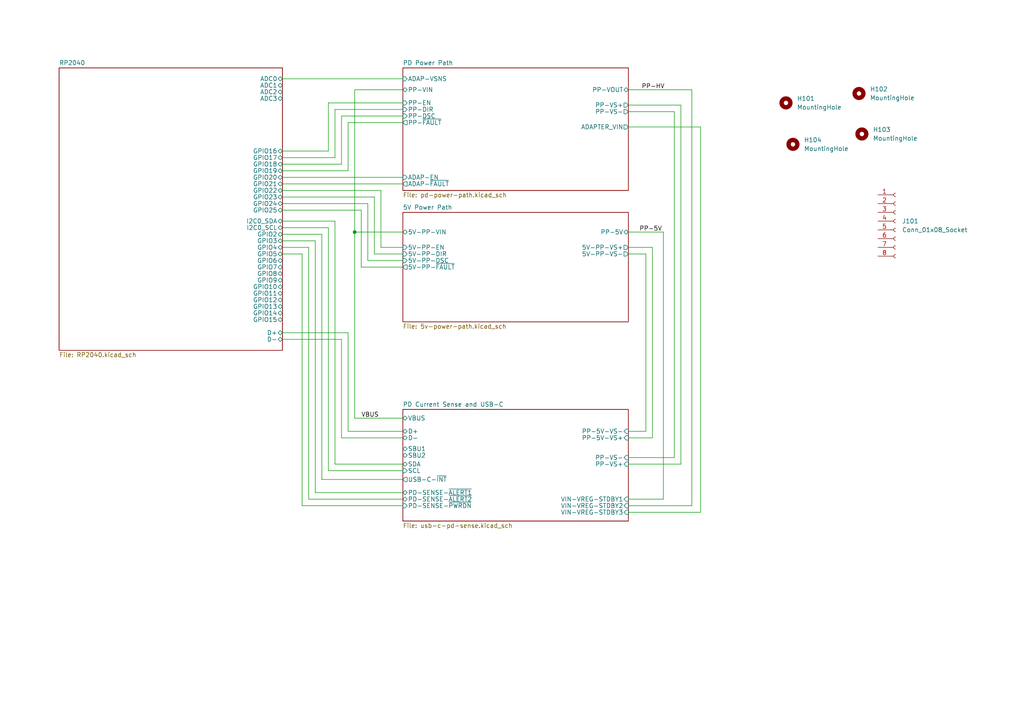
<source format=kicad_sch>
(kicad_sch (version 20230121) (generator eeschema)
  (paper "A4")
  (lib_symbols
    (symbol "Connector:Conn_01x08_Socket" (pin_names (offset 1.016) hide)
      (property "Reference" "J" (at 0 10.16 0))
      (property "Value" "Conn_01x08_Socket" (at 0 -12.7 0))
      (symbol "Conn_01x08_Socket_1_1"
        (arc (start 0 -9.652) (mid -0.5058 -10.16) (end 0 -10.668) (stroke (width 0.1524)))
        (arc (start 0 -7.112) (mid -0.5058 -7.62) (end 0 -8.128) (stroke (width 0.1524)))
        (arc (start 0 -4.572) (mid -0.5058 -5.08) (end 0 -5.588) (stroke (width 0.1524)))
        (arc (start 0 -2.032) (mid -0.5058 -2.54) (end 0 -3.048) (stroke (width 0.1524)))
        (polyline (pts (xy -1.27 -10.16) (xy -0.508 -10.16)) (stroke (width 0.1524)))
        (polyline (pts (xy -1.27 -7.62) (xy -0.508 -7.62)) (stroke (width 0.1524)))
        (polyline (pts (xy -1.27 -5.08) (xy -0.508 -5.08)) (stroke (width 0.1524)))
        (polyline (pts (xy -1.27 -2.54) (xy -0.508 -2.54)) (stroke (width 0.1524)))
        (polyline (pts (xy -1.27 0) (xy -0.508 0)) (stroke (width 0.1524)))
        (polyline (pts (xy -1.27 2.54) (xy -0.508 2.54)) (stroke (width 0.1524)))
        (polyline (pts (xy -1.27 5.08) (xy -0.508 5.08)) (stroke (width 0.1524)))
        (polyline (pts (xy -1.27 7.62) (xy -0.508 7.62)) (stroke (width 0.1524)))
        (arc (start 0 0.508) (mid -0.5058 0) (end 0 -0.508) (stroke (width 0.1524)))
        (arc (start 0 3.048) (mid -0.5058 2.54) (end 0 2.032) (stroke (width 0.1524)))
        (arc (start 0 5.588) (mid -0.5058 5.08) (end 0 4.572) (stroke (width 0.1524)))
        (arc (start 0 8.128) (mid -0.5058 7.62) (end 0 7.112) (stroke (width 0.1524)))
        (pin passive line (at -5.08 7.62 0) (length 3.81) (name "Pin_1") (number "1"))
        (pin passive line (at -5.08 5.08 0) (length 3.81) (name "Pin_2") (number "2"))
        (pin passive line (at -5.08 2.54 0) (length 3.81) (name "Pin_3") (number "3"))
        (pin passive line (at -5.08 0 0) (length 3.81) (name "Pin_4") (number "4"))
        (pin passive line (at -5.08 -2.54 0) (length 3.81) (name "Pin_5") (number "5"))
        (pin passive line (at -5.08 -5.08 0) (length 3.81) (name "Pin_6") (number "6"))
        (pin passive line (at -5.08 -7.62 0) (length 3.81) (name "Pin_7") (number "7"))
        (pin passive line (at -5.08 -10.16 0) (length 3.81) (name "Pin_8") (number "8"))
      )
    )
    (symbol "Mechanical:MountingHole" (pin_names (offset 1.016))
      (property "Reference" "H" (at 0 5.08 0))
      (property "Value" "MountingHole" (at 0 3.175 0))
      (symbol "MountingHole_0_1"
        (circle (center 0 0) (radius 1.27) (stroke (width 1.27)))
      )
    )
  )
  (junction (at 102.87 67.31))
  (wire (pts (xy 81.915 57.15) (xy 108.585 57.15)))
  (wire (pts (xy 182.245 148.59) (xy 203.2 148.59)))
  (wire (pts (xy 89.535 71.755) (xy 89.535 144.78)))
  (wire (pts (xy 102.87 67.31) (xy 102.87 121.285)))
  (wire (pts (xy 81.915 98.425) (xy 99.06 98.425)))
  (wire (pts (xy 106.68 75.565) (xy 116.84 75.565)))
  (wire (pts (xy 116.84 121.285) (xy 102.87 121.285)))
  (wire (pts (xy 81.915 55.245) (xy 110.49 55.245)))
  (wire (pts (xy 87.63 146.685) (xy 116.84 146.685)))
  (wire (pts (xy 81.915 60.96) (xy 104.775 60.96)))
  (wire (pts (xy 116.84 31.75) (xy 97.155 31.75)))
  (wire (pts (xy 182.245 73.66) (xy 187.325 73.66)))
  (wire (pts (xy 110.49 55.245) (xy 110.49 71.755)))
  (wire (pts (xy 81.915 53.34) (xy 116.84 53.34)))
  (wire (pts (xy 182.245 146.685) (xy 200.66 146.685)))
  (wire (pts (xy 102.87 67.31) (xy 116.84 67.31)))
  (wire (pts (xy 116.84 26.035) (xy 102.87 26.035)))
  (wire (pts (xy 189.23 127) (xy 182.245 127)))
  (wire (pts (xy 100.965 49.53) (xy 81.915 49.53)))
  (wire (pts (xy 116.84 29.845) (xy 95.25 29.845)))
  (wire (pts (xy 182.245 30.48) (xy 197.485 30.48)))
  (wire (pts (xy 116.84 33.655) (xy 99.06 33.655)))
  (wire (pts (xy 200.66 26.035) (xy 182.245 26.035)))
  (wire (pts (xy 81.915 71.755) (xy 89.535 71.755)))
  (wire (pts (xy 81.915 67.945) (xy 93.345 67.945)))
  (wire (pts (xy 81.915 51.435) (xy 116.84 51.435)))
  (wire (pts (xy 189.23 71.755) (xy 189.23 127)))
  (wire (pts (xy 203.2 36.83) (xy 182.245 36.83)))
  (wire (pts (xy 97.155 45.72) (xy 81.915 45.72)))
  (wire (pts (xy 182.245 71.755) (xy 189.23 71.755)))
  (wire (pts (xy 197.485 134.62) (xy 182.245 134.62)))
  (wire (pts (xy 182.245 67.31) (xy 192.405 67.31)))
  (wire (pts (xy 200.66 146.685) (xy 200.66 26.035)))
  (wire (pts (xy 102.87 26.035) (xy 102.87 67.31)))
  (wire (pts (xy 100.965 35.56) (xy 100.965 49.53)))
  (wire (pts (xy 97.155 134.62) (xy 116.84 134.62)))
  (wire (pts (xy 104.775 60.96) (xy 104.775 77.47)))
  (wire (pts (xy 81.915 69.85) (xy 91.44 69.85)))
  (wire (pts (xy 187.325 125.095) (xy 187.325 73.66)))
  (wire (pts (xy 106.68 75.565) (xy 106.68 59.055)))
  (wire (pts (xy 104.775 77.47) (xy 116.84 77.47)))
  (wire (pts (xy 95.25 29.845) (xy 95.25 43.815)))
  (wire (pts (xy 95.25 43.815) (xy 81.915 43.815)))
  (wire (pts (xy 203.2 148.59) (xy 203.2 36.83)))
  (wire (pts (xy 182.245 32.385) (xy 195.58 32.385)))
  (wire (pts (xy 81.915 22.86) (xy 116.84 22.86)))
  (wire (pts (xy 99.06 98.425) (xy 99.06 127)))
  (wire (pts (xy 81.915 64.135) (xy 97.155 64.135)))
  (wire (pts (xy 93.345 67.945) (xy 93.345 139.065)))
  (wire (pts (xy 197.485 30.48) (xy 197.485 134.62)))
  (wire (pts (xy 91.44 142.875) (xy 116.84 142.875)))
  (wire (pts (xy 99.06 33.655) (xy 99.06 47.625)))
  (wire (pts (xy 95.25 66.04) (xy 81.915 66.04)))
  (wire (pts (xy 97.155 64.135) (xy 97.155 134.62)))
  (wire (pts (xy 93.345 139.065) (xy 116.84 139.065)))
  (wire (pts (xy 97.155 31.75) (xy 97.155 45.72)))
  (wire (pts (xy 195.58 32.385) (xy 195.58 132.715)))
  (wire (pts (xy 95.25 136.525) (xy 95.25 66.04)))
  (wire (pts (xy 106.68 59.055) (xy 81.915 59.055)))
  (wire (pts (xy 99.06 47.625) (xy 81.915 47.625)))
  (wire (pts (xy 116.84 35.56) (xy 100.965 35.56)))
  (wire (pts (xy 116.84 136.525) (xy 95.25 136.525)))
  (wire (pts (xy 116.84 125.095) (xy 100.965 125.095)))
  (wire (pts (xy 89.535 144.78) (xy 116.84 144.78)))
  (wire (pts (xy 192.405 144.78) (xy 182.245 144.78)))
  (wire (pts (xy 100.965 96.52) (xy 81.915 96.52)))
  (wire (pts (xy 99.06 127) (xy 116.84 127)))
  (wire (pts (xy 100.965 125.095) (xy 100.965 96.52)))
  (wire (pts (xy 108.585 73.66) (xy 116.84 73.66)))
  (wire (pts (xy 182.245 125.095) (xy 187.325 125.095)))
  (wire (pts (xy 195.58 132.715) (xy 182.245 132.715)))
  (wire (pts (xy 192.405 67.31) (xy 192.405 144.78)))
  (wire (pts (xy 110.49 71.755) (xy 116.84 71.755)))
  (wire (pts (xy 91.44 69.85) (xy 91.44 142.875)))
  (wire (pts (xy 87.63 73.66) (xy 87.63 146.685)))
  (wire (pts (xy 81.915 73.66) (xy 87.63 73.66)))
  (wire (pts (xy 108.585 57.15) (xy 108.585 73.66)))
  (label "PP-HV" (at 186.055 26.035 0))
  (label "VBUS" (at 104.775 121.285 0))
  (label "PP-5V" (at 185.42 67.31 0))
  (symbol (lib_id "Connector:Conn_01x08_Socket") (at 259.715 64.135 0) (unit 1)
    (property "Reference" "J101" (at 261.62 64.135 0) (effects (justify left)))
    (property "Value" "Conn_01x08_Socket" (at 261.62 66.675 0) (effects (justify left)))
    (property "Footprint" "TerminalBlock_Phoenix:TerminalBlock_Phoenix_PTSM-0,5-8-2.5-H-THR_1x08_P2.50mm_Horizontal" (effects hide))
  )
  (symbol (lib_id "Mechanical:MountingHole") (at 229.9921 41.8683 0) (unit 1)
    (property "Reference" "H104" (at 233.1671 40.5983 0) (effects (justify left)))
    (property "Value" "MountingHole" (at 233.1671 43.1383 0) (effects (justify left)))
    (property "Footprint" "MountingHole:MountingHole_3.2mm_M3_ISO7380_Pad" (effects hide))
  )
  (symbol (lib_id "Mechanical:MountingHole") (at 249.9844 38.8624 0) (unit 1)
    (property "Reference" "H103" (at 253.1594 37.5924 0) (effects (justify left)))
    (property "Value" "MountingHole" (at 253.1594 40.1324 0) (effects (justify left)))
    (property "Footprint" "MountingHole:MountingHole_3.2mm_M3_ISO7380_Pad" (effects hide))
  )
  (symbol (lib_id "Mechanical:MountingHole") (at 249.1456 27.1187 0) (unit 1)
    (property "Reference" "H102" (at 252.3206 25.8487 0) (effects (justify left)))
    (property "Value" "MountingHole" (at 252.3206 28.3887 0) (effects (justify left)))
    (property "Footprint" "MountingHole:MountingHole_3.2mm_M3_ISO7380_Pad" (effects hide))
  )
  (symbol (lib_id "Mechanical:MountingHole") (at 227.965 29.845 0) (unit 1)
    (property "Reference" "H101" (at 231.14 28.575 0) (effects (justify left)))
    (property "Value" "MountingHole" (at 231.14 31.115 0) (effects (justify left)))
    (property "Footprint" "MountingHole:MountingHole_3.2mm_M3_ISO7380_Pad" (effects hide))
  )
  (sheet (at 116.84 118.745) (size 65.405 32.385) (stroke (width 0.1524))
    (property "Sheetname" "PD Current Sense and USB-C" (at 116.84 118.0334 0) (effects (justify left bottom)))
    (property "Sheetfile" "usb-c-pd-sense.kicad_sch" (at 116.84 151.7146 0) (effects (justify left top)))
    (pin "D-" bidirectional (at 116.84 127 180))
    (pin "SBU2" bidirectional (at 116.84 132.08 180))
    (pin "SBU1" bidirectional (at 116.84 130.175 180))
    (pin "D+" bidirectional (at 116.84 125.095 180))
    (pin "VBUS" bidirectional (at 116.84 121.285 180))
    (pin "USB-C-~{INT}" output (at 116.84 139.065 180))
    (pin "PP-5V-VS+" input (at 182.245 127 0))
    (pin "PP-VS-" input (at 182.245 132.715 0))
    (pin "PP-5V-VS-" input (at 182.245 125.095 0))
    (pin "SDA" bidirectional (at 116.84 134.62 180))
    (pin "SCL" input (at 116.84 136.525 180))
    (pin "PP-VS+" input (at 182.245 134.62 0))
    (pin "PD-SENSE-~{ALERT1}" bidirectional (at 116.84 142.875 180))
    (pin "PD-SENSE-~{PWRDN}" input (at 116.84 146.685 180))
    (pin "PD-SENSE-~{ALERT2}" bidirectional (at 116.84 144.78 180))
    (pin "VIN-VREG-STDBY3" input (at 182.245 148.59 0))
    (pin "VIN-VREG-STDBY2" input (at 182.245 146.685 0))
    (pin "VIN-VREG-STDBY1" input (at 182.245 144.78 0))
  )
  (sheet (at 116.84 61.595) (size 65.405 31.75) (stroke (width 0.1524))
    (property "Sheetname" "5V Power Path" (at 116.84 60.8834 0) (effects (justify left bottom)))
    (property "Sheetfile" "5v-power-path.kicad_sch" (at 116.84 93.9296 0) (effects (justify left top)))
    (pin "PP-5V" bidirectional (at 182.245 67.31 0))
    (pin "5V-PP-VS+" output (at 182.245 71.755 0))
    (pin "5V-PP-VS-" output (at 182.245 73.66 0))
    (pin "5V-PP-VIN" bidirectional (at 116.84 67.31 180))
    (pin "5V-PP-DIR" input (at 116.84 73.66 180))
    (pin "5V-PP-EN" input (at 116.84 71.755 180))
    (pin "5V-PP-DSC" input (at 116.84 75.565 180))
    (pin "5V-PP-~{FAULT}" output (at 116.84 77.47 180))
  )
  (sheet (at 116.84 19.685) (size 65.405 35.56) (stroke (width 0.1524))
    (property "Sheetname" "PD Power Path" (at 116.84 18.9734 0) (effects (justify left bottom)))
    (property "Sheetfile" "pd-power-path.kicad_sch" (at 116.84 55.8296 0) (effects (justify left top)))
    (pin "PP-VOUT" bidirectional (at 182.245 26.035 0))
    (pin "PP-VS+" output (at 182.245 30.48 0))
    (pin "PP-VS-" output (at 182.245 32.385 0))
    (pin "PP-EN" input (at 116.84 29.845 180))
    (pin "PP-DIR" input (at 116.84 31.75 180))
    (pin "PP-~{FAULT}" output (at 116.84 35.56 180))
    (pin "PP-VIN" bidirectional (at 116.84 26.035 180))
    (pin "ADAP-EN" input (at 116.84 51.435 180))
    (pin "ADAP-~{FAULT}" output (at 116.84 53.34 180))
    (pin "PP-DSC" input (at 116.84 33.655 180))
    (pin "ADAPTER_VIN" output (at 182.245 36.83 0))
    (pin "ADAP-VSNS" input (at 116.84 22.86 180))
  )
  (sheet (at 17.145 19.685) (size 64.77 81.915) (stroke (width 0.1524))
    (property "Sheetname" "RP2040" (at 17.145 18.9734 0) (effects (justify left bottom)))
    (property "Sheetfile" "RP2040.kicad_sch" (at 17.145 102.1846 0) (effects (justify left top)))
    (pin "D-" bidirectional (at 81.915 98.425 0))
    (pin "D+" bidirectional (at 81.915 96.52 0))
    (pin "GPIO10" bidirectional (at 81.915 83.185 0))
    (pin "GPIO9" bidirectional (at 81.915 81.28 0))
    (pin "GPIO8" bidirectional (at 81.915 79.375 0))
    (pin "I2C0_SDA" bidirectional (at 81.915 64.135 0))
    (pin "I2C0_SCL" bidirectional (at 81.915 66.04 0))
    (pin "GPIO2" bidirectional (at 81.915 67.945 0))
    (pin "GPIO3" bidirectional (at 81.915 69.85 0))
    (pin "GPIO4" bidirectional (at 81.915 71.755 0))
    (pin "GPIO5" bidirectional (at 81.915 73.66 0))
    (pin "GPIO6" bidirectional (at 81.915 75.565 0))
    (pin "GPIO7" bidirectional (at 81.915 77.47 0))
    (pin "GPIO20" bidirectional (at 81.915 51.435 0))
    (pin "GPIO21" bidirectional (at 81.915 53.34 0))
    (pin "GPIO23" bidirectional (at 81.915 57.15 0))
    (pin "GPIO22" bidirectional (at 81.915 55.245 0))
    (pin "GPIO24" bidirectional (at 81.915 59.055 0))
    (pin "GPIO25" bidirectional (at 81.915 60.96 0))
    (pin "ADC1" bidirectional (at 81.915 24.765 0))
    (pin "ADC3" bidirectional (at 81.915 28.575 0))
    (pin "ADC2" bidirectional (at 81.915 26.67 0))
    (pin "ADC0" bidirectional (at 81.915 22.86 0))
    (pin "GPIO15" bidirectional (at 81.915 92.71 0))
    (pin "GPIO17" bidirectional (at 81.915 45.72 0))
    (pin "GPIO18" bidirectional (at 81.915 47.625 0))
    (pin "GPIO16" bidirectional (at 81.915 43.815 0))
    (pin "GPIO19" bidirectional (at 81.915 49.53 0))
    (pin "GPIO11" bidirectional (at 81.915 85.09 0))
    (pin "GPIO13" bidirectional (at 81.915 88.9 0))
    (pin "GPIO12" bidirectional (at 81.915 86.995 0))
    (pin "GPIO14" bidirectional (at 81.915 90.805 0))
  )
)
</source>
